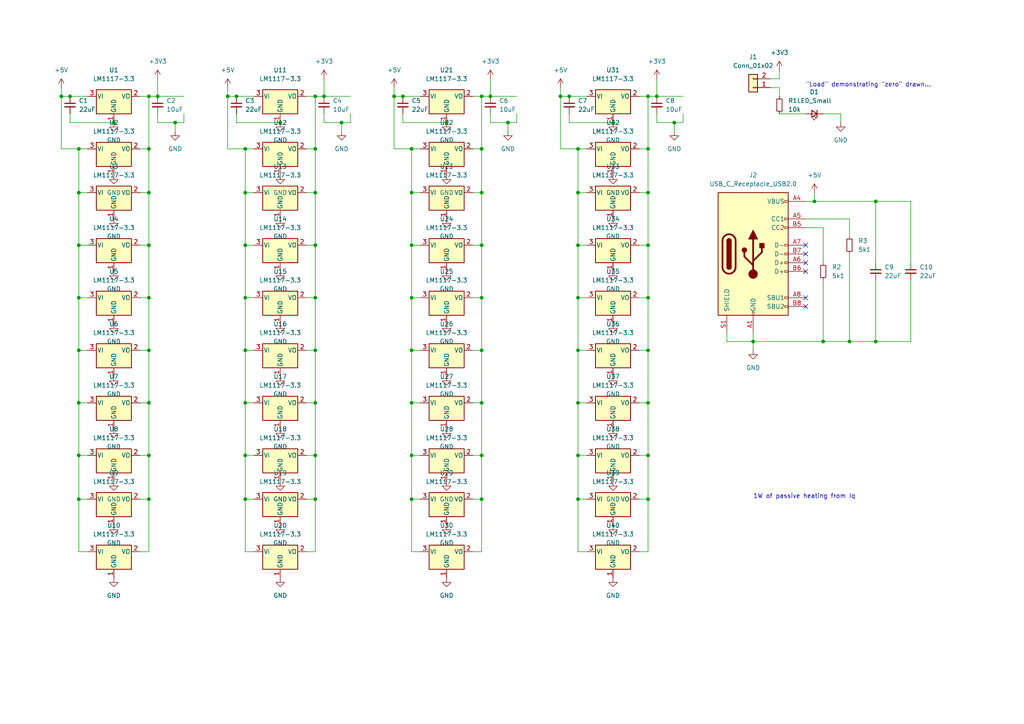
<source format=kicad_sch>
(kicad_sch (version 20211123) (generator eeschema)
  (paper "A4")
  (lib_symbols
    (symbol "Connector:USB_C_Receptacle_USB2.0" (pin_names (offset 1.016))
      (property "Reference" "J" (at -10.16 19.05 0))
      (property "Value" "USB_C_Receptacle_USB2.0" (at 19.05 19.05 0))
      (symbol "USB_C_Receptacle_USB2.0_0_0"
        (rectangle (start -0.254 -17.78) (end 0.254 -16.764))
        (rectangle (start 10.16 -14.986) (end 9.144 -15.494))
        (rectangle (start 10.16 -12.446) (end 9.144 -12.954))
        (rectangle (start 10.16 -4.826) (end 9.144 -5.334))
        (rectangle (start 10.16 -2.286) (end 9.144 -2.794))
        (rectangle (start 10.16 0.254) (end 9.144 -0.254))
        (rectangle (start 10.16 2.794) (end 9.144 2.286))
        (rectangle (start 10.16 7.874) (end 9.144 7.366))
        (rectangle (start 10.16 10.414) (end 9.144 9.906))
        (rectangle (start 10.16 15.494) (end 9.144 14.986))
      )
      (symbol "USB_C_Receptacle_USB2.0_0_1"
        (rectangle (start -10.16 17.78) (end 10.16 -17.78) (stroke (width 0.254)) (fill (type background)))
        (arc (start -8.89 -3.81) (mid -6.985 -5.715) (end -5.08 -3.81) (stroke (width 0.508)))
        (arc (start -7.62 -3.81) (mid -6.985 -4.445) (end -6.35 -3.81) (stroke (width 0.254)))
        (arc (start -7.62 -3.81) (mid -6.985 -4.445) (end -6.35 -3.81) (stroke (width 0.254)) (fill (type outline)))
        (rectangle (start -7.62 -3.81) (end -6.35 3.81) (stroke (width 0.254)) (fill (type outline)))
        (arc (start -6.35 3.81) (mid -6.985 4.445) (end -7.62 3.81) (stroke (width 0.254)))
        (arc (start -6.35 3.81) (mid -6.985 4.445) (end -7.62 3.81) (stroke (width 0.254)) (fill (type outline)))
        (arc (start -5.08 3.81) (mid -6.985 5.715) (end -8.89 3.81) (stroke (width 0.508)))
        (circle (center -2.54 1.143) (radius 0.635) (stroke (width 0.254)) (fill (type outline)))
        (circle (center 0 -5.842) (radius 1.27) (fill (type outline)))
        (polyline (pts (xy -8.89 -3.81) (xy -8.89 3.81)) (stroke (width 0.508)))
        (polyline (pts (xy -5.08 3.81) (xy -5.08 -3.81)) (stroke (width 0.508)))
        (polyline (pts (xy 0 -5.842) (xy 0 4.318)) (stroke (width 0.508)))
        (polyline (pts (xy 0 -3.302) (xy -2.54 -0.762) (xy -2.54 0.508)) (stroke (width 0.508)))
        (polyline (pts (xy 0 -2.032) (xy 2.54 0.508) (xy 2.54 1.778)) (stroke (width 0.508)))
        (polyline (pts (xy -1.27 4.318) (xy 0 6.858) (xy 1.27 4.318) (xy -1.27 4.318)) (stroke (width 0.254)) (fill (type outline)))
        (rectangle (start 1.905 1.778) (end 3.175 3.048) (stroke (width 0.254)) (fill (type outline)))
      )
      (symbol "USB_C_Receptacle_USB2.0_1_1"
        (pin passive line (at 0 -22.86 90) (length 5.08) (name "GND") (number "A1"))
        (pin passive line (at 0 -22.86 90) (length 5.08) hide (name "GND") (number "A12"))
        (pin passive line (at 15.24 15.24 180) (length 5.08) (name "VBUS") (number "A4"))
        (pin bidirectional line (at 15.24 10.16 180) (length 5.08) (name "CC1") (number "A5"))
        (pin bidirectional line (at 15.24 -2.54 180) (length 5.08) (name "D+") (number "A6"))
        (pin bidirectional line (at 15.24 2.54 180) (length 5.08) (name "D-") (number "A7"))
        (pin bidirectional line (at 15.24 -12.7 180) (length 5.08) (name "SBU1") (number "A8"))
        (pin passive line (at 15.24 15.24 180) (length 5.08) hide (name "VBUS") (number "A9"))
        (pin passive line (at 0 -22.86 90) (length 5.08) hide (name "GND") (number "B1"))
        (pin passive line (at 0 -22.86 90) (length 5.08) hide (name "GND") (number "B12"))
        (pin passive line (at 15.24 15.24 180) (length 5.08) hide (name "VBUS") (number "B4"))
        (pin bidirectional line (at 15.24 7.62 180) (length 5.08) (name "CC2") (number "B5"))
        (pin bidirectional line (at 15.24 -5.08 180) (length 5.08) (name "D+") (number "B6"))
        (pin bidirectional line (at 15.24 0 180) (length 5.08) (name "D-") (number "B7"))
        (pin bidirectional line (at 15.24 -15.24 180) (length 5.08) (name "SBU2") (number "B8"))
        (pin passive line (at 15.24 15.24 180) (length 5.08) hide (name "VBUS") (number "B9"))
        (pin passive line (at -7.62 -22.86 90) (length 5.08) (name "SHIELD") (number "S1"))
      )
    )
    (symbol "Connector_Generic:Conn_01x02" (pin_names (offset 1.016) hide)
      (property "Reference" "J" (at 0 2.54 0))
      (property "Value" "Conn_01x02" (at 0 -5.08 0))
      (symbol "Conn_01x02_1_1"
        (rectangle (start -1.27 -2.413) (end 0 -2.667) (stroke (width 0.1524)))
        (rectangle (start -1.27 0.127) (end 0 -0.127) (stroke (width 0.1524)))
        (rectangle (start -1.27 1.27) (end 1.27 -3.81) (stroke (width 0.254)) (fill (type background)))
        (pin passive line (at -5.08 0 0) (length 3.81) (name "Pin_1") (number "1"))
        (pin passive line (at -5.08 -2.54 0) (length 3.81) (name "Pin_2") (number "2"))
      )
    )
    (symbol "Device:C_Small" (pin_numbers hide) (pin_names (offset 0.254) hide)
      (property "Reference" "C" (at 0.254 1.778 0))
      (property "Value" "C_Small" (at 0.254 -2.032 0))
      (symbol "C_Small_0_1"
        (polyline (pts (xy -1.524 -0.508) (xy 1.524 -0.508)) (stroke (width 0.3302)))
        (polyline (pts (xy -1.524 0.508) (xy 1.524 0.508)) (stroke (width 0.3048)))
      )
      (symbol "C_Small_1_1"
        (pin passive line (at 0 2.54 270) (length 2.032) (name "~") (number "1"))
        (pin passive line (at 0 -2.54 90) (length 2.032) (name "~") (number "2"))
      )
    )
    (symbol "Device:LED_Small" (pin_numbers hide) (pin_names (offset 0.254) hide)
      (property "Reference" "D" (at -1.27 3.175 0))
      (property "Value" "LED_Small" (at -4.445 -2.54 0))
      (symbol "LED_Small_0_1"
        (polyline (pts (xy -0.762 -1.016) (xy -0.762 1.016)) (stroke (width 0.254)))
        (polyline (pts (xy 1.016 0) (xy -0.762 0)))
        (polyline (pts (xy 0.762 -1.016) (xy -0.762 0) (xy 0.762 1.016) (xy 0.762 -1.016)) (stroke (width 0.254)))
        (polyline (pts (xy 0 0.762) (xy -0.508 1.27) (xy -0.254 1.27) (xy -0.508 1.27) (xy -0.508 1.016)))
        (polyline (pts (xy 0.508 1.27) (xy 0 1.778) (xy 0.254 1.778) (xy 0 1.778) (xy 0 1.524)))
      )
      (symbol "LED_Small_1_1"
        (pin passive line (at -2.54 0 0) (length 1.778) (name "K") (number "1"))
        (pin passive line (at 2.54 0 180) (length 1.778) (name "A") (number "2"))
      )
    )
    (symbol "Device:R_Small" (pin_numbers hide) (pin_names (offset 0.254) hide)
      (property "Reference" "R" (at 0.762 0.508 0))
      (property "Value" "R_Small" (at 0.762 -1.016 0))
      (symbol "R_Small_0_1"
        (rectangle (start -0.762 1.778) (end 0.762 -1.778) (stroke (width 0.2032)))
      )
      (symbol "R_Small_1_1"
        (pin passive line (at 0 2.54 270) (length 0.762) (name "~") (number "1"))
        (pin passive line (at 0 -2.54 90) (length 0.762) (name "~") (number "2"))
      )
    )
    (symbol "Regulator_Linear:LM1117-3.3" (pin_names (offset 0.254))
      (property "Reference" "U" (at -3.81 3.175 0))
      (property "Value" "LM1117-3.3" (at 0 3.175 0))
      (symbol "LM1117-3.3_0_1"
        (rectangle (start -5.08 -5.08) (end 5.08 1.905) (stroke (width 0.254)) (fill (type background)))
      )
      (symbol "LM1117-3.3_1_1"
        (pin power_in line (at 0 -7.62 90) (length 2.54) (name "GND") (number "1"))
        (pin power_out line (at 7.62 0 180) (length 2.54) (name "VO") (number "2"))
        (pin power_in line (at -7.62 0 0) (length 2.54) (name "VI") (number "3"))
      )
    )
    (symbol "power:+3V3" (power) (pin_names (offset 0))
      (property "Value" "+3V3" (at 0 3.556 0))
      (symbol "+3V3_0_1"
        (polyline (pts (xy -0.762 1.27) (xy 0 2.54)))
        (polyline (pts (xy 0 0) (xy 0 2.54)))
        (polyline (pts (xy 0 2.54) (xy 0.762 1.27)))
      )
      (symbol "+3V3_1_1"
        (pin power_in line (at 0 0 90) (length 0) hide (name "+3V3") (number "1"))
      )
    )
    (symbol "power:+5V" (power) (pin_names (offset 0))
      (property "Value" "+5V" (at 0 3.556 0))
      (symbol "+5V_0_1"
        (polyline (pts (xy -0.762 1.27) (xy 0 2.54)))
        (polyline (pts (xy 0 0) (xy 0 2.54)))
        (polyline (pts (xy 0 2.54) (xy 0.762 1.27)))
      )
      (symbol "+5V_1_1"
        (pin power_in line (at 0 0 90) (length 0) hide (name "+5V") (number "1"))
      )
    )
    (symbol "power:GND" (power) (pin_names (offset 0))
      (property "Value" "GND" (at 0 -3.81 0))
      (symbol "GND_0_1"
        (polyline (pts (xy 0 0) (xy 0 -1.27) (xy 1.27 -1.27) (xy 0 -2.54) (xy -1.27 -1.27) (xy 0 -1.27)))
      )
      (symbol "GND_1_1"
        (pin power_in line (at 0 0 270) (length 0) hide (name "GND") (number "1"))
      )
    )
  )
  (junction (at 43.18 71.12))
  (junction (at 119.38 144.78))
  (junction (at 33.02 35.56))
  (junction (at 43.18 101.6))
  (junction (at 187.96 144.78))
  (junction (at 139.7 116.84))
  (junction (at 91.44 86.36))
  (junction (at 142.24 27.94))
  (junction (at 71.12 132.08))
  (junction (at 116.84 27.94))
  (junction (at 50.8 35.56))
  (junction (at 119.38 86.36))
  (junction (at 22.86 71.12))
  (junction (at 43.18 86.36))
  (junction (at 71.12 144.78))
  (junction (at 91.44 116.84))
  (junction (at 43.18 116.84))
  (junction (at 190.5 27.94))
  (junction (at 236.22 58.42))
  (junction (at 187.96 132.08))
  (junction (at 43.18 43.18))
  (junction (at 119.38 116.84))
  (junction (at 218.44 99.06))
  (junction (at 71.12 101.6))
  (junction (at 139.7 132.08))
  (junction (at 139.7 55.88))
  (junction (at 43.18 132.08))
  (junction (at 167.64 55.88))
  (junction (at 68.58 27.94))
  (junction (at 22.86 116.84))
  (junction (at 195.58 35.56))
  (junction (at 93.98 27.94))
  (junction (at 71.12 71.12))
  (junction (at 246.38 99.06))
  (junction (at 43.18 55.88))
  (junction (at 254 58.42))
  (junction (at 167.64 132.08))
  (junction (at 71.12 43.18))
  (junction (at 22.86 43.18))
  (junction (at 119.38 132.08))
  (junction (at 139.7 71.12))
  (junction (at 167.64 71.12))
  (junction (at 71.12 86.36))
  (junction (at 119.38 101.6))
  (junction (at 139.7 27.94))
  (junction (at 43.18 27.94))
  (junction (at 45.72 27.94))
  (junction (at 139.7 101.6))
  (junction (at 187.96 27.94))
  (junction (at 91.44 132.08))
  (junction (at 119.38 71.12))
  (junction (at 238.76 99.06))
  (junction (at 91.44 71.12))
  (junction (at 22.86 86.36))
  (junction (at 187.96 55.88))
  (junction (at 254 99.06))
  (junction (at 91.44 144.78))
  (junction (at 167.64 101.6))
  (junction (at 22.86 55.88))
  (junction (at 114.3 27.94))
  (junction (at 17.78 27.94))
  (junction (at 187.96 116.84))
  (junction (at 91.44 101.6))
  (junction (at 129.54 35.56))
  (junction (at 167.64 86.36))
  (junction (at 22.86 132.08))
  (junction (at 119.38 55.88))
  (junction (at 119.38 43.18))
  (junction (at 187.96 43.18))
  (junction (at 22.86 144.78))
  (junction (at 139.7 43.18))
  (junction (at 162.56 27.94))
  (junction (at 20.32 27.94))
  (junction (at 147.32 35.56))
  (junction (at 167.64 43.18))
  (junction (at 66.04 27.94))
  (junction (at 71.12 116.84))
  (junction (at 43.18 144.78))
  (junction (at 99.06 35.56))
  (junction (at 81.28 35.56))
  (junction (at 91.44 55.88))
  (junction (at 165.1 27.94))
  (junction (at 139.7 144.78))
  (junction (at 167.64 116.84))
  (junction (at 139.7 86.36))
  (junction (at 71.12 55.88))
  (junction (at 22.86 101.6))
  (junction (at 167.64 144.78))
  (junction (at 177.8 35.56))
  (junction (at 187.96 86.36))
  (junction (at 187.96 101.6))
  (junction (at 91.44 27.94))
  (junction (at 187.96 71.12))
  (junction (at 91.44 43.18))
  (no_connect (at 233.68 88.9))
  (no_connect (at 233.68 86.36))
  (no_connect (at 233.68 76.2))
  (no_connect (at 233.68 78.74))
  (no_connect (at 233.68 73.66))
  (no_connect (at 233.68 71.12))
  (wire (pts (xy 121.92 160.02) (xy 119.38 160.02)))
  (wire (pts (xy 218.44 96.52) (xy 218.44 99.06)))
  (wire (pts (xy 119.38 101.6) (xy 119.38 86.36)))
  (wire (pts (xy 170.18 160.02) (xy 167.64 160.02)))
  (wire (pts (xy 71.12 55.88) (xy 71.12 43.18)))
  (wire (pts (xy 137.16 43.18) (xy 139.7 43.18)))
  (wire (pts (xy 187.96 27.94) (xy 190.5 27.94)))
  (wire (pts (xy 88.9 43.18) (xy 91.44 43.18)))
  (wire (pts (xy 210.82 99.06) (xy 218.44 99.06)))
  (wire (pts (xy 73.66 160.02) (xy 71.12 160.02)))
  (wire (pts (xy 195.58 35.56) (xy 195.58 38.1)))
  (wire (pts (xy 91.44 132.08) (xy 91.44 116.84)))
  (wire (pts (xy 25.4 86.36) (xy 22.86 86.36)))
  (wire (pts (xy 238.76 76.2) (xy 238.76 66.04)))
  (wire (pts (xy 210.82 96.52) (xy 210.82 99.06)))
  (wire (pts (xy 187.96 132.08) (xy 187.96 116.84)))
  (wire (pts (xy 137.16 160.02) (xy 139.7 160.02)))
  (wire (pts (xy 139.7 27.94) (xy 139.7 43.18)))
  (wire (pts (xy 170.18 43.18) (xy 167.64 43.18)))
  (wire (pts (xy 185.42 71.12) (xy 187.96 71.12)))
  (wire (pts (xy 187.96 101.6) (xy 187.96 86.36)))
  (wire (pts (xy 139.7 71.12) (xy 139.7 55.88)))
  (wire (pts (xy 165.1 33.02) (xy 165.1 35.56)))
  (wire (pts (xy 116.84 27.94) (xy 121.92 27.94)))
  (wire (pts (xy 73.66 55.88) (xy 71.12 55.88)))
  (wire (pts (xy 66.04 27.94) (xy 68.58 27.94)))
  (wire (pts (xy 139.7 101.6) (xy 139.7 86.36)))
  (wire (pts (xy 243.84 33.02) (xy 243.84 35.56)))
  (wire (pts (xy 185.42 132.08) (xy 187.96 132.08)))
  (wire (pts (xy 187.96 144.78) (xy 187.96 132.08)))
  (wire (pts (xy 167.64 144.78) (xy 167.64 132.08)))
  (wire (pts (xy 73.66 144.78) (xy 71.12 144.78)))
  (wire (pts (xy 121.92 55.88) (xy 119.38 55.88)))
  (wire (pts (xy 139.7 27.94) (xy 142.24 27.94)))
  (wire (pts (xy 264.16 58.42) (xy 254 58.42)))
  (wire (pts (xy 139.7 132.08) (xy 139.7 116.84)))
  (wire (pts (xy 71.12 71.12) (xy 71.12 55.88)))
  (wire (pts (xy 93.98 35.56) (xy 99.06 35.56)))
  (wire (pts (xy 137.16 101.6) (xy 139.7 101.6)))
  (wire (pts (xy 91.44 27.94) (xy 93.98 27.94)))
  (wire (pts (xy 25.4 144.78) (xy 22.86 144.78)))
  (wire (pts (xy 22.86 71.12) (xy 22.86 55.88)))
  (wire (pts (xy 45.72 22.86) (xy 45.72 27.94)))
  (wire (pts (xy 25.4 116.84) (xy 22.86 116.84)))
  (wire (pts (xy 66.04 25.4) (xy 66.04 27.94)))
  (wire (pts (xy 91.44 71.12) (xy 91.44 55.88)))
  (wire (pts (xy 22.86 116.84) (xy 22.86 101.6)))
  (wire (pts (xy 137.16 132.08) (xy 139.7 132.08)))
  (wire (pts (xy 93.98 22.86) (xy 93.98 27.94)))
  (wire (pts (xy 45.72 27.94) (xy 53.34 27.94)))
  (wire (pts (xy 121.92 86.36) (xy 119.38 86.36)))
  (wire (pts (xy 66.04 27.94) (xy 66.04 43.18)))
  (wire (pts (xy 17.78 27.94) (xy 20.32 27.94)))
  (wire (pts (xy 264.16 76.2) (xy 264.16 58.42)))
  (wire (pts (xy 25.4 71.12) (xy 22.86 71.12)))
  (wire (pts (xy 170.18 116.84) (xy 167.64 116.84)))
  (wire (pts (xy 43.18 27.94) (xy 43.18 43.18)))
  (wire (pts (xy 190.5 33.02) (xy 190.5 35.56)))
  (wire (pts (xy 185.42 160.02) (xy 187.96 160.02)))
  (wire (pts (xy 264.16 99.06) (xy 254 99.06)))
  (wire (pts (xy 187.96 116.84) (xy 187.96 101.6)))
  (wire (pts (xy 17.78 27.94) (xy 17.78 43.18)))
  (wire (pts (xy 137.16 144.78) (xy 139.7 144.78)))
  (wire (pts (xy 68.58 27.94) (xy 73.66 27.94)))
  (wire (pts (xy 246.38 99.06) (xy 238.76 99.06)))
  (wire (pts (xy 71.12 116.84) (xy 71.12 101.6)))
  (wire (pts (xy 226.06 22.86) (xy 223.52 22.86)))
  (wire (pts (xy 139.7 144.78) (xy 139.7 132.08)))
  (wire (pts (xy 43.18 27.94) (xy 45.72 27.94)))
  (wire (pts (xy 187.96 71.12) (xy 187.96 55.88)))
  (wire (pts (xy 71.12 144.78) (xy 71.12 132.08)))
  (wire (pts (xy 167.64 71.12) (xy 167.64 55.88)))
  (wire (pts (xy 50.8 35.56) (xy 50.8 38.1)))
  (wire (pts (xy 66.04 43.18) (xy 71.12 43.18)))
  (wire (pts (xy 40.64 43.18) (xy 43.18 43.18)))
  (wire (pts (xy 119.38 132.08) (xy 119.38 116.84)))
  (wire (pts (xy 185.42 144.78) (xy 187.96 144.78)))
  (wire (pts (xy 264.16 81.28) (xy 264.16 99.06)))
  (wire (pts (xy 22.86 55.88) (xy 22.86 43.18)))
  (wire (pts (xy 93.98 33.02) (xy 93.98 35.56)))
  (wire (pts (xy 236.22 58.42) (xy 236.22 55.88)))
  (wire (pts (xy 190.5 27.94) (xy 198.12 27.94)))
  (wire (pts (xy 25.4 160.02) (xy 22.86 160.02)))
  (wire (pts (xy 91.44 101.6) (xy 91.44 86.36)))
  (wire (pts (xy 147.32 35.56) (xy 149.86 35.56)))
  (wire (pts (xy 25.4 132.08) (xy 22.86 132.08)))
  (wire (pts (xy 170.18 132.08) (xy 167.64 132.08)))
  (wire (pts (xy 88.9 71.12) (xy 91.44 71.12)))
  (wire (pts (xy 43.18 71.12) (xy 43.18 55.88)))
  (wire (pts (xy 50.8 35.56) (xy 53.34 35.56)))
  (wire (pts (xy 71.12 101.6) (xy 71.12 86.36)))
  (wire (pts (xy 40.64 86.36) (xy 43.18 86.36)))
  (wire (pts (xy 238.76 66.04) (xy 233.68 66.04)))
  (wire (pts (xy 185.42 27.94) (xy 187.96 27.94)))
  (wire (pts (xy 162.56 27.94) (xy 165.1 27.94)))
  (wire (pts (xy 114.3 25.4) (xy 114.3 27.94)))
  (wire (pts (xy 88.9 116.84) (xy 91.44 116.84)))
  (wire (pts (xy 185.42 116.84) (xy 187.96 116.84)))
  (wire (pts (xy 99.06 35.56) (xy 101.6 35.56)))
  (wire (pts (xy 91.44 55.88) (xy 91.44 43.18)))
  (wire (pts (xy 40.64 160.02) (xy 43.18 160.02)))
  (wire (pts (xy 71.12 160.02) (xy 71.12 144.78)))
  (wire (pts (xy 22.86 144.78) (xy 22.86 132.08)))
  (wire (pts (xy 137.16 116.84) (xy 139.7 116.84)))
  (wire (pts (xy 226.06 20.32) (xy 226.06 22.86)))
  (wire (pts (xy 88.9 27.94) (xy 91.44 27.94)))
  (wire (pts (xy 88.9 132.08) (xy 91.44 132.08)))
  (wire (pts (xy 254 76.2) (xy 254 58.42)))
  (wire (pts (xy 91.44 144.78) (xy 91.44 132.08)))
  (wire (pts (xy 73.66 132.08) (xy 71.12 132.08)))
  (wire (pts (xy 246.38 73.66) (xy 246.38 99.06)))
  (wire (pts (xy 187.96 160.02) (xy 187.96 144.78)))
  (wire (pts (xy 142.24 35.56) (xy 147.32 35.56)))
  (wire (pts (xy 68.58 35.56) (xy 81.28 35.56)))
  (wire (pts (xy 40.64 71.12) (xy 43.18 71.12)))
  (wire (pts (xy 17.78 43.18) (xy 22.86 43.18)))
  (wire (pts (xy 40.64 55.88) (xy 43.18 55.88)))
  (wire (pts (xy 114.3 27.94) (xy 114.3 43.18)))
  (wire (pts (xy 73.66 101.6) (xy 71.12 101.6)))
  (wire (pts (xy 190.5 22.86) (xy 190.5 27.94)))
  (wire (pts (xy 147.32 35.56) (xy 147.32 38.1)))
  (wire (pts (xy 233.68 63.5) (xy 246.38 63.5)))
  (wire (pts (xy 167.64 86.36) (xy 167.64 71.12)))
  (wire (pts (xy 254 81.28) (xy 254 99.06)))
  (wire (pts (xy 119.38 144.78) (xy 119.38 132.08)))
  (wire (pts (xy 162.56 43.18) (xy 167.64 43.18)))
  (wire (pts (xy 114.3 43.18) (xy 119.38 43.18)))
  (wire (pts (xy 116.84 35.56) (xy 129.54 35.56)))
  (wire (pts (xy 233.68 58.42) (xy 236.22 58.42)))
  (wire (pts (xy 170.18 101.6) (xy 167.64 101.6)))
  (wire (pts (xy 142.24 22.86) (xy 142.24 27.94)))
  (wire (pts (xy 167.64 160.02) (xy 167.64 144.78)))
  (wire (pts (xy 73.66 43.18) (xy 71.12 43.18)))
  (wire (pts (xy 185.42 86.36) (xy 187.96 86.36)))
  (wire (pts (xy 40.64 101.6) (xy 43.18 101.6)))
  (wire (pts (xy 121.92 132.08) (xy 119.38 132.08)))
  (wire (pts (xy 121.92 43.18) (xy 119.38 43.18)))
  (wire (pts (xy 99.06 35.56) (xy 99.06 38.1)))
  (wire (pts (xy 71.12 132.08) (xy 71.12 116.84)))
  (wire (pts (xy 187.96 86.36) (xy 187.96 71.12)))
  (wire (pts (xy 119.38 116.84) (xy 119.38 101.6)))
  (wire (pts (xy 22.86 160.02) (xy 22.86 144.78)))
  (wire (pts (xy 190.5 35.56) (xy 195.58 35.56)))
  (wire (pts (xy 187.96 55.88) (xy 187.96 43.18)))
  (wire (pts (xy 149.86 33.02) (xy 149.86 35.56)))
  (wire (pts (xy 17.78 25.4) (xy 17.78 27.94)))
  (wire (pts (xy 137.16 27.94) (xy 139.7 27.94)))
  (wire (pts (xy 238.76 99.06) (xy 218.44 99.06)))
  (wire (pts (xy 246.38 63.5) (xy 246.38 68.58)))
  (wire (pts (xy 139.7 160.02) (xy 139.7 144.78)))
  (wire (pts (xy 43.18 86.36) (xy 43.18 71.12)))
  (wire (pts (xy 22.86 132.08) (xy 22.86 116.84)))
  (wire (pts (xy 165.1 35.56) (xy 177.8 35.56)))
  (wire (pts (xy 121.92 71.12) (xy 119.38 71.12)))
  (wire (pts (xy 139.7 86.36) (xy 139.7 71.12)))
  (wire (pts (xy 73.66 71.12) (xy 71.12 71.12)))
  (wire (pts (xy 170.18 55.88) (xy 167.64 55.88)))
  (wire (pts (xy 68.58 33.02) (xy 68.58 35.56)))
  (wire (pts (xy 53.34 33.02) (xy 53.34 35.56)))
  (wire (pts (xy 137.16 71.12) (xy 139.7 71.12)))
  (wire (pts (xy 142.24 33.02) (xy 142.24 35.56)))
  (wire (pts (xy 167.64 55.88) (xy 167.64 43.18)))
  (wire (pts (xy 170.18 71.12) (xy 167.64 71.12)))
  (wire (pts (xy 101.6 33.02) (xy 101.6 35.56)))
  (wire (pts (xy 91.44 27.94) (xy 91.44 43.18)))
  (wire (pts (xy 167.64 116.84) (xy 167.64 101.6)))
  (wire (pts (xy 238.76 33.02) (xy 243.84 33.02)))
  (wire (pts (xy 25.4 55.88) (xy 22.86 55.88)))
  (wire (pts (xy 25.4 43.18) (xy 22.86 43.18)))
  (wire (pts (xy 20.32 27.94) (xy 25.4 27.94)))
  (wire (pts (xy 119.38 160.02) (xy 119.38 144.78)))
  (wire (pts (xy 162.56 25.4) (xy 162.56 27.94)))
  (wire (pts (xy 43.18 55.88) (xy 43.18 43.18)))
  (wire (pts (xy 218.44 99.06) (xy 218.44 101.6)))
  (wire (pts (xy 40.64 116.84) (xy 43.18 116.84)))
  (wire (pts (xy 254 99.06) (xy 246.38 99.06)))
  (wire (pts (xy 121.92 101.6) (xy 119.38 101.6)))
  (wire (pts (xy 137.16 55.88) (xy 139.7 55.88)))
  (wire (pts (xy 22.86 86.36) (xy 22.86 71.12)))
  (wire (pts (xy 167.64 101.6) (xy 167.64 86.36)))
  (wire (pts (xy 170.18 86.36) (xy 167.64 86.36)))
  (wire (pts (xy 73.66 116.84) (xy 71.12 116.84)))
  (wire (pts (xy 226.06 33.02) (xy 233.68 33.02)))
  (wire (pts (xy 198.12 33.02) (xy 198.12 35.56)))
  (wire (pts (xy 162.56 27.94) (xy 162.56 43.18)))
  (wire (pts (xy 40.64 27.94) (xy 43.18 27.94)))
  (wire (pts (xy 185.42 55.88) (xy 187.96 55.88)))
  (wire (pts (xy 45.72 33.02) (xy 45.72 35.56)))
  (wire (pts (xy 254 58.42) (xy 236.22 58.42)))
  (wire (pts (xy 238.76 81.28) (xy 238.76 99.06)))
  (wire (pts (xy 226.06 25.4) (xy 226.06 27.94)))
  (wire (pts (xy 43.18 132.08) (xy 43.18 116.84)))
  (wire (pts (xy 88.9 55.88) (xy 91.44 55.88)))
  (wire (pts (xy 22.86 101.6) (xy 22.86 86.36)))
  (wire (pts (xy 91.44 116.84) (xy 91.44 101.6)))
  (wire (pts (xy 142.24 27.94) (xy 149.86 27.94)))
  (wire (pts (xy 121.92 116.84) (xy 119.38 116.84)))
  (wire (pts (xy 114.3 27.94) (xy 116.84 27.94)))
  (wire (pts (xy 71.12 86.36) (xy 71.12 71.12)))
  (wire (pts (xy 121.92 144.78) (xy 119.38 144.78)))
  (wire (pts (xy 93.98 27.94) (xy 101.6 27.94)))
  (wire (pts (xy 139.7 55.88) (xy 139.7 43.18)))
  (wire (pts (xy 170.18 144.78) (xy 167.64 144.78)))
  (wire (pts (xy 45.72 35.56) (xy 50.8 35.56)))
  (wire (pts (xy 20.32 33.02) (xy 20.32 35.56)))
  (wire (pts (xy 195.58 35.56) (xy 198.12 35.56)))
  (wire (pts (xy 88.9 144.78) (xy 91.44 144.78)))
  (wire (pts (xy 88.9 86.36) (xy 91.44 86.36)))
  (wire (pts (xy 43.18 116.84) (xy 43.18 101.6)))
  (wire (pts (xy 185.42 101.6) (xy 187.96 101.6)))
  (wire (pts (xy 119.38 86.36) (xy 119.38 71.12)))
  (wire (pts (xy 25.4 101.6) (xy 22.86 101.6)))
  (wire (pts (xy 116.84 33.02) (xy 116.84 35.56)))
  (wire (pts (xy 20.32 35.56) (xy 33.02 35.56)))
  (wire (pts (xy 187.96 27.94) (xy 187.96 43.18)))
  (wire (pts (xy 40.64 132.08) (xy 43.18 132.08)))
  (wire (pts (xy 73.66 86.36) (xy 71.12 86.36)))
  (wire (pts (xy 91.44 86.36) (xy 91.44 71.12)))
  (wire (pts (xy 165.1 27.94) (xy 170.18 27.94)))
  (wire (pts (xy 88.9 101.6) (xy 91.44 101.6)))
  (wire (pts (xy 40.64 144.78) (xy 43.18 144.78)))
  (wire (pts (xy 43.18 101.6) (xy 43.18 86.36)))
  (wire (pts (xy 119.38 55.88) (xy 119.38 43.18)))
  (wire (pts (xy 223.52 25.4) (xy 226.06 25.4)))
  (wire (pts (xy 167.64 132.08) (xy 167.64 116.84)))
  (wire (pts (xy 185.42 43.18) (xy 187.96 43.18)))
  (wire (pts (xy 137.16 86.36) (xy 139.7 86.36)))
  (wire (pts (xy 91.44 160.02) (xy 91.44 144.78)))
  (wire (pts (xy 119.38 71.12) (xy 119.38 55.88)))
  (wire (pts (xy 139.7 116.84) (xy 139.7 101.6)))
  (wire (pts (xy 88.9 160.02) (xy 91.44 160.02)))
  (wire (pts (xy 43.18 144.78) (xy 43.18 132.08)))
  (wire (pts (xy 43.18 160.02) (xy 43.18 144.78)))
  (text "1W of passive heating from Iq" (at 218.44 144.78 0) (effects (font (size 1.27 1.27)) (justify left bottom)))
  (text "\"Load\" demonstrating \"zero\" drawn..." (at 233.68 25.4 0) (effects (font (size 1.27 1.27)) (justify left bottom)))
  (symbol (lib_id "Regulator_Linear:LM1117-3.3") (at 33.02 86.36 0) (unit 1)
    (property "Reference" "U5" (at 33.02 78.74 0))
    (property "Value" "LM1117-3.3" (at 33.02 81.28 0))
    (property "Footprint" "Package_TO_SOT_SMD:SOT-223-3_TabPin2" (effects hide))
    (property "Datasheet" "http://www.ti.com/lit/ds/symlink/lm1117.pdf" (effects hide))
  )
  (symbol (lib_id "power:GND") (at 33.02 152.4 0) (unit 1)
    (property "Reference" "#PWR010" (effects hide))
    (property "Value" "GND" (at 33.02 157.48 0))
  )
  (symbol (lib_id "power:GND") (at 81.28 167.64 0) (unit 1)
    (property "Reference" "#PWR024" (effects hide))
    (property "Value" "GND" (at 81.28 172.72 0))
  )
  (symbol (lib_id "power:GND") (at 177.8 152.4 0) (unit 1)
    (property "Reference" "#PWR049" (effects hide))
    (property "Value" "GND" (at 177.8 157.48 0))
  )
  (symbol (lib_id "Regulator_Linear:LM1117-3.3") (at 177.8 86.36 0) (unit 1)
    (property "Reference" "U35" (at 177.8 78.74 0))
    (property "Value" "LM1117-3.3" (at 177.8 81.28 0))
    (property "Footprint" "Package_TO_SOT_SMD:SOT-223-3_TabPin2" (effects hide))
    (property "Datasheet" "http://www.ti.com/lit/ds/symlink/lm1117.pdf" (effects hide))
  )
  (symbol (lib_id "power:GND") (at 129.54 124.46 0) (unit 1)
    (property "Reference" "#PWR034" (effects hide))
    (property "Value" "GND" (at 129.54 129.54 0))
  )
  (symbol (lib_id "Regulator_Linear:LM1117-3.3") (at 81.28 71.12 0) (unit 1)
    (property "Reference" "U14" (at 81.28 63.5 0))
    (property "Value" "LM1117-3.3" (at 81.28 66.04 0))
    (property "Footprint" "Package_TO_SOT_SMD:SOT-223-3_TabPin2" (effects hide))
    (property "Datasheet" "http://www.ti.com/lit/ds/symlink/lm1117.pdf" (effects hide))
  )
  (symbol (lib_id "power:+5V") (at 162.56 25.4 0) (unit 1)
    (property "Reference" "#PWR040" (effects hide))
    (property "Value" "+5V" (at 162.56 20.32 0))
  )
  (symbol (lib_id "Device:C_Small") (at 20.32 30.48 0) (unit 1)
    (property "Reference" "C1" (at 22.86 29.2162 0) (effects (justify left)))
    (property "Value" "22uF" (at 22.86 31.7562 0) (effects (justify left)))
    (property "Footprint" "Capacitor_SMD:C_0805_2012Metric" (effects hide))
  )
  (symbol (lib_id "Regulator_Linear:LM1117-3.3") (at 81.28 86.36 0) (unit 1)
    (property "Reference" "U15" (at 81.28 78.74 0))
    (property "Value" "LM1117-3.3" (at 81.28 81.28 0))
    (property "Footprint" "Package_TO_SOT_SMD:SOT-223-3_TabPin2" (effects hide))
    (property "Datasheet" "http://www.ti.com/lit/ds/symlink/lm1117.pdf" (effects hide))
  )
  (symbol (lib_id "power:GND") (at 129.54 63.5 0) (unit 1)
    (property "Reference" "#PWR030" (effects hide))
    (property "Value" "GND" (at 129.54 68.58 0))
  )
  (symbol (lib_id "power:GND") (at 33.02 50.8 0) (unit 1)
    (property "Reference" "#PWR03" (effects hide))
    (property "Value" "GND" (at 33.02 55.88 0))
  )
  (symbol (lib_id "Device:C_Small") (at 264.16 78.74 0) (unit 1)
    (property "Reference" "C10" (at 266.7 77.4762 0) (effects (justify left)))
    (property "Value" "22uF" (at 266.7 80.0162 0) (effects (justify left)))
    (property "Footprint" "Capacitor_SMD:C_0805_2012Metric" (effects hide))
  )
  (symbol (lib_id "power:GND") (at 177.8 35.56 0) (unit 1)
    (property "Reference" "#PWR041" (effects hide))
    (property "Value" "GND" (at 177.8 40.64 0))
  )
  (symbol (lib_id "power:+5V") (at 66.04 25.4 0) (unit 1)
    (property "Reference" "#PWR014" (effects hide))
    (property "Value" "+5V" (at 66.04 20.32 0))
  )
  (symbol (lib_id "power:GND") (at 177.8 139.7 0) (unit 1)
    (property "Reference" "#PWR048" (effects hide))
    (property "Value" "GND" (at 177.8 144.78 0))
  )
  (symbol (lib_id "power:GND") (at 129.54 139.7 0) (unit 1)
    (property "Reference" "#PWR035" (effects hide))
    (property "Value" "GND" (at 129.54 144.78 0))
  )
  (symbol (lib_id "power:GND") (at 177.8 109.22 0) (unit 1)
    (property "Reference" "#PWR046" (effects hide))
    (property "Value" "GND" (at 177.8 114.3 0))
  )
  (symbol (lib_id "power:GND") (at 81.28 78.74 0) (unit 1)
    (property "Reference" "#PWR018" (effects hide))
    (property "Value" "GND" (at 81.28 83.82 0))
  )
  (symbol (lib_id "Regulator_Linear:LM1117-3.3") (at 81.28 43.18 0) (unit 1)
    (property "Reference" "U12" (at 81.28 35.56 0))
    (property "Value" "LM1117-3.3" (at 81.28 38.1 0))
    (property "Footprint" "Package_TO_SOT_SMD:SOT-223-3_TabPin2" (effects hide))
    (property "Datasheet" "http://www.ti.com/lit/ds/symlink/lm1117.pdf" (effects hide))
  )
  (symbol (lib_id "Regulator_Linear:LM1117-3.3") (at 129.54 160.02 0) (unit 1)
    (property "Reference" "U30" (at 129.54 152.4 0))
    (property "Value" "LM1117-3.3" (at 129.54 154.94 0))
    (property "Footprint" "Package_TO_SOT_SMD:SOT-223-3_TabPin2" (effects hide))
    (property "Datasheet" "http://www.ti.com/lit/ds/symlink/lm1117.pdf" (effects hide))
  )
  (symbol (lib_id "Device:C_Small") (at 142.24 30.48 0) (unit 1)
    (property "Reference" "C6" (at 144.78 29.2162 0) (effects (justify left)))
    (property "Value" "10uF" (at 144.78 31.7562 0) (effects (justify left)))
    (property "Footprint" "Capacitor_SMD:C_0805_2012Metric" (effects hide))
  )
  (symbol (lib_id "Regulator_Linear:LM1117-3.3") (at 129.54 71.12 0) (unit 1)
    (property "Reference" "U24" (at 129.54 63.5 0))
    (property "Value" "LM1117-3.3" (at 129.54 66.04 0))
    (property "Footprint" "Package_TO_SOT_SMD:SOT-223-3_TabPin2" (effects hide))
    (property "Datasheet" "http://www.ti.com/lit/ds/symlink/lm1117.pdf" (effects hide))
  )
  (symbol (lib_id "Regulator_Linear:LM1117-3.3") (at 33.02 27.94 0) (unit 1)
    (property "Reference" "U1" (at 33.02 20.32 0))
    (property "Value" "LM1117-3.3" (at 33.02 22.86 0))
    (property "Footprint" "Package_TO_SOT_SMD:SOT-223-3_TabPin2" (effects hide))
    (property "Datasheet" "http://www.ti.com/lit/ds/symlink/lm1117.pdf" (effects hide))
  )
  (symbol (lib_id "power:GND") (at 129.54 78.74 0) (unit 1)
    (property "Reference" "#PWR031" (effects hide))
    (property "Value" "GND" (at 129.54 83.82 0))
  )
  (symbol (lib_id "Device:R_Small") (at 238.76 78.74 0) (unit 1)
    (property "Reference" "R2" (at 241.3 77.4699 0) (effects (justify left)))
    (property "Value" "5k1" (at 241.3 80.0099 0) (effects (justify left)))
    (property "Footprint" "Resistor_SMD:R_0603_1608Metric" (effects hide))
  )
  (symbol (lib_id "power:GND") (at 81.28 109.22 0) (unit 1)
    (property "Reference" "#PWR020" (effects hide))
    (property "Value" "GND" (at 81.28 114.3 0))
  )
  (symbol (lib_id "Device:C_Small") (at 93.98 30.48 0) (unit 1)
    (property "Reference" "C4" (at 96.52 29.2162 0) (effects (justify left)))
    (property "Value" "10uF" (at 96.52 31.7562 0) (effects (justify left)))
    (property "Footprint" "Capacitor_SMD:C_0805_2012Metric" (effects hide))
  )
  (symbol (lib_id "Regulator_Linear:LM1117-3.3") (at 129.54 116.84 0) (unit 1)
    (property "Reference" "U27" (at 129.54 109.22 0))
    (property "Value" "LM1117-3.3" (at 129.54 111.76 0))
    (property "Footprint" "Package_TO_SOT_SMD:SOT-223-3_TabPin2" (effects hide))
    (property "Datasheet" "http://www.ti.com/lit/ds/symlink/lm1117.pdf" (effects hide))
  )
  (symbol (lib_id "Regulator_Linear:LM1117-3.3") (at 177.8 132.08 0) (unit 1)
    (property "Reference" "U38" (at 177.8 124.46 0))
    (property "Value" "LM1117-3.3" (at 177.8 127 0))
    (property "Footprint" "Package_TO_SOT_SMD:SOT-223-3_TabPin2" (effects hide))
    (property "Datasheet" "http://www.ti.com/lit/ds/symlink/lm1117.pdf" (effects hide))
  )
  (symbol (lib_id "Regulator_Linear:LM1117-3.3") (at 33.02 55.88 0) (unit 1)
    (property "Reference" "U3" (at 33.02 48.26 0))
    (property "Value" "LM1117-3.3" (at 33.02 50.8 0))
    (property "Footprint" "Package_TO_SOT_SMD:SOT-223-3_TabPin2" (effects hide))
    (property "Datasheet" "http://www.ti.com/lit/ds/symlink/lm1117.pdf" (effects hide))
  )
  (symbol (lib_id "Device:R_Small") (at 246.38 71.12 0) (unit 1)
    (property "Reference" "R3" (at 248.92 69.8499 0) (effects (justify left)))
    (property "Value" "5k1" (at 248.92 72.3899 0) (effects (justify left)))
    (property "Footprint" "Resistor_SMD:R_0603_1608Metric" (effects hide))
  )
  (symbol (lib_id "Regulator_Linear:LM1117-3.3") (at 81.28 101.6 0) (unit 1)
    (property "Reference" "U16" (at 81.28 93.98 0))
    (property "Value" "LM1117-3.3" (at 81.28 96.52 0))
    (property "Footprint" "Package_TO_SOT_SMD:SOT-223-3_TabPin2" (effects hide))
    (property "Datasheet" "http://www.ti.com/lit/ds/symlink/lm1117.pdf" (effects hide))
  )
  (symbol (lib_id "power:+5V") (at 17.78 25.4 0) (unit 1)
    (property "Reference" "#PWR01" (effects hide))
    (property "Value" "+5V" (at 17.78 20.32 0))
  )
  (symbol (lib_id "Regulator_Linear:LM1117-3.3") (at 129.54 86.36 0) (unit 1)
    (property "Reference" "U25" (at 129.54 78.74 0))
    (property "Value" "LM1117-3.3" (at 129.54 81.28 0))
    (property "Footprint" "Package_TO_SOT_SMD:SOT-223-3_TabPin2" (effects hide))
    (property "Datasheet" "http://www.ti.com/lit/ds/symlink/lm1117.pdf" (effects hide))
  )
  (symbol (lib_id "Regulator_Linear:LM1117-3.3") (at 33.02 132.08 0) (unit 1)
    (property "Reference" "U8" (at 33.02 124.46 0))
    (property "Value" "LM1117-3.3" (at 33.02 127 0))
    (property "Footprint" "Package_TO_SOT_SMD:SOT-223-3_TabPin2" (effects hide))
    (property "Datasheet" "http://www.ti.com/lit/ds/symlink/lm1117.pdf" (effects hide))
  )
  (symbol (lib_id "Regulator_Linear:LM1117-3.3") (at 33.02 43.18 0) (unit 1)
    (property "Reference" "U2" (at 33.02 35.56 0))
    (property "Value" "LM1117-3.3" (at 33.02 38.1 0))
    (property "Footprint" "Package_TO_SOT_SMD:SOT-223-3_TabPin2" (effects hide))
    (property "Datasheet" "http://www.ti.com/lit/ds/symlink/lm1117.pdf" (effects hide))
  )
  (symbol (lib_id "power:GND") (at 129.54 35.56 0) (unit 1)
    (property "Reference" "#PWR028" (effects hide))
    (property "Value" "GND" (at 129.54 40.64 0))
  )
  (symbol (lib_id "power:GND") (at 33.02 63.5 0) (unit 1)
    (property "Reference" "#PWR04" (effects hide))
    (property "Value" "GND" (at 33.02 68.58 0))
  )
  (symbol (lib_id "power:+5V") (at 114.3 25.4 0) (unit 1)
    (property "Reference" "#PWR027" (effects hide))
    (property "Value" "+5V" (at 114.3 20.32 0))
  )
  (symbol (lib_id "power:GND") (at 129.54 109.22 0) (unit 1)
    (property "Reference" "#PWR033" (effects hide))
    (property "Value" "GND" (at 129.54 114.3 0))
  )
  (symbol (lib_id "Regulator_Linear:LM1117-3.3") (at 129.54 43.18 0) (unit 1)
    (property "Reference" "U22" (at 129.54 35.56 0))
    (property "Value" "LM1117-3.3" (at 129.54 38.1 0))
    (property "Footprint" "Package_TO_SOT_SMD:SOT-223-3_TabPin2" (effects hide))
    (property "Datasheet" "http://www.ti.com/lit/ds/symlink/lm1117.pdf" (effects hide))
  )
  (symbol (lib_id "power:GND") (at 177.8 63.5 0) (unit 1)
    (property "Reference" "#PWR043" (effects hide))
    (property "Value" "GND" (at 177.8 68.58 0))
  )
  (symbol (lib_id "power:GND") (at 177.8 50.8 0) (unit 1)
    (property "Reference" "#PWR042" (effects hide))
    (property "Value" "GND" (at 177.8 55.88 0))
  )
  (symbol (lib_id "power:GND") (at 243.84 35.56 0) (unit 1)
    (property "Reference" "#PWR055" (effects hide))
    (property "Value" "GND" (at 243.84 40.64 0))
  )
  (symbol (lib_id "Regulator_Linear:LM1117-3.3") (at 33.02 71.12 0) (unit 1)
    (property "Reference" "U4" (at 33.02 63.5 0))
    (property "Value" "LM1117-3.3" (at 33.02 66.04 0))
    (property "Footprint" "Package_TO_SOT_SMD:SOT-223-3_TabPin2" (effects hide))
    (property "Datasheet" "http://www.ti.com/lit/ds/symlink/lm1117.pdf" (effects hide))
  )
  (symbol (lib_id "power:GND") (at 81.28 63.5 0) (unit 1)
    (property "Reference" "#PWR017" (effects hide))
    (property "Value" "GND" (at 81.28 68.58 0))
  )
  (symbol (lib_id "power:GND") (at 129.54 93.98 0) (unit 1)
    (property "Reference" "#PWR032" (effects hide))
    (property "Value" "GND" (at 129.54 99.06 0))
  )
  (symbol (lib_id "power:GND") (at 218.44 101.6 0) (unit 1)
    (property "Reference" "#PWR053" (effects hide))
    (property "Value" "GND" (at 218.44 106.68 0))
  )
  (symbol (lib_id "power:GND") (at 33.02 35.56 0) (unit 1)
    (property "Reference" "#PWR02" (effects hide))
    (property "Value" "GND" (at 33.02 40.64 0))
  )
  (symbol (lib_id "Regulator_Linear:LM1117-3.3") (at 177.8 55.88 0) (unit 1)
    (property "Reference" "U33" (at 177.8 48.26 0))
    (property "Value" "LM1117-3.3" (at 177.8 50.8 0))
    (property "Footprint" "Package_TO_SOT_SMD:SOT-223-3_TabPin2" (effects hide))
    (property "Datasheet" "http://www.ti.com/lit/ds/symlink/lm1117.pdf" (effects hide))
  )
  (symbol (lib_id "Device:C_Small") (at 116.84 30.48 0) (unit 1)
    (property "Reference" "C5" (at 119.38 29.2162 0) (effects (justify left)))
    (property "Value" "22uF" (at 119.38 31.7562 0) (effects (justify left)))
    (property "Footprint" "Capacitor_SMD:C_0805_2012Metric" (effects hide))
  )
  (symbol (lib_id "Device:R_Small") (at 226.06 30.48 0) (unit 1)
    (property "Reference" "R1" (at 228.6 29.2099 0) (effects (justify left)))
    (property "Value" "10k" (at 228.6 31.7499 0) (effects (justify left)))
    (property "Footprint" "Resistor_SMD:R_0603_1608Metric" (effects hide))
  )
  (symbol (lib_id "power:GND") (at 33.02 139.7 0) (unit 1)
    (property "Reference" "#PWR09" (effects hide))
    (property "Value" "GND" (at 33.02 144.78 0))
  )
  (symbol (lib_id "power:+5V") (at 236.22 55.88 0) (unit 1)
    (property "Reference" "#PWR056" (effects hide))
    (property "Value" "+5V" (at 236.22 50.8 0))
  )
  (symbol (lib_id "power:GND") (at 177.8 124.46 0) (unit 1)
    (property "Reference" "#PWR047" (effects hide))
    (property "Value" "GND" (at 177.8 129.54 0))
  )
  (symbol (lib_id "power:GND") (at 129.54 167.64 0) (unit 1)
    (property "Reference" "#PWR037" (effects hide))
    (property "Value" "GND" (at 129.54 172.72 0))
  )
  (symbol (lib_id "power:+3V3") (at 45.72 22.86 0) (unit 1)
    (property "Reference" "#PWR012" (effects hide))
    (property "Value" "+3V3" (at 45.72 17.78 0))
  )
  (symbol (lib_id "Regulator_Linear:LM1117-3.3") (at 177.8 71.12 0) (unit 1)
    (property "Reference" "U34" (at 177.8 63.5 0))
    (property "Value" "LM1117-3.3" (at 177.8 66.04 0))
    (property "Footprint" "Package_TO_SOT_SMD:SOT-223-3_TabPin2" (effects hide))
    (property "Datasheet" "http://www.ti.com/lit/ds/symlink/lm1117.pdf" (effects hide))
  )
  (symbol (lib_id "power:GND") (at 195.58 38.1 0) (unit 1)
    (property "Reference" "#PWR052" (effects hide))
    (property "Value" "GND" (at 195.58 43.18 0))
  )
  (symbol (lib_id "Regulator_Linear:LM1117-3.3") (at 177.8 116.84 0) (unit 1)
    (property "Reference" "U37" (at 177.8 109.22 0))
    (property "Value" "LM1117-3.3" (at 177.8 111.76 0))
    (property "Footprint" "Package_TO_SOT_SMD:SOT-223-3_TabPin2" (effects hide))
    (property "Datasheet" "http://www.ti.com/lit/ds/symlink/lm1117.pdf" (effects hide))
  )
  (symbol (lib_id "power:GND") (at 33.02 109.22 0) (unit 1)
    (property "Reference" "#PWR07" (effects hide))
    (property "Value" "GND" (at 33.02 114.3 0))
  )
  (symbol (lib_id "Regulator_Linear:LM1117-3.3") (at 177.8 160.02 0) (unit 1)
    (property "Reference" "U40" (at 177.8 152.4 0))
    (property "Value" "LM1117-3.3" (at 177.8 154.94 0))
    (property "Footprint" "Package_TO_SOT_SMD:SOT-223-3_TabPin2" (effects hide))
    (property "Datasheet" "http://www.ti.com/lit/ds/symlink/lm1117.pdf" (effects hide))
  )
  (symbol (lib_id "power:GND") (at 129.54 50.8 0) (unit 1)
    (property "Reference" "#PWR029" (effects hide))
    (property "Value" "GND" (at 129.54 55.88 0))
  )
  (symbol (lib_id "power:+3V3") (at 190.5 22.86 0) (unit 1)
    (property "Reference" "#PWR051" (effects hide))
    (property "Value" "+3V3" (at 190.5 17.78 0))
  )
  (symbol (lib_id "power:GND") (at 33.02 124.46 0) (unit 1)
    (property "Reference" "#PWR08" (effects hide))
    (property "Value" "GND" (at 33.02 129.54 0))
  )
  (symbol (lib_id "power:GND") (at 50.8 38.1 0) (unit 1)
    (property "Reference" "#PWR013" (effects hide))
    (property "Value" "GND" (at 50.8 43.18 0))
  )
  (symbol (lib_id "Device:C_Small") (at 190.5 30.48 0) (unit 1)
    (property "Reference" "C8" (at 193.04 29.2162 0) (effects (justify left)))
    (property "Value" "10uF" (at 193.04 31.7562 0) (effects (justify left)))
    (property "Footprint" "Capacitor_SMD:C_0805_2012Metric" (effects hide))
  )
  (symbol (lib_id "Regulator_Linear:LM1117-3.3") (at 129.54 27.94 0) (unit 1)
    (property "Reference" "U21" (at 129.54 20.32 0))
    (property "Value" "LM1117-3.3" (at 129.54 22.86 0))
    (property "Footprint" "Package_TO_SOT_SMD:SOT-223-3_TabPin2" (effects hide))
    (property "Datasheet" "http://www.ti.com/lit/ds/symlink/lm1117.pdf" (effects hide))
  )
  (symbol (lib_id "power:+3V3") (at 93.98 22.86 0) (unit 1)
    (property "Reference" "#PWR025" (effects hide))
    (property "Value" "+3V3" (at 93.98 17.78 0))
  )
  (symbol (lib_id "power:GND") (at 81.28 152.4 0) (unit 1)
    (property "Reference" "#PWR023" (effects hide))
    (property "Value" "GND" (at 81.28 157.48 0))
  )
  (symbol (lib_id "Regulator_Linear:LM1117-3.3") (at 177.8 144.78 0) (unit 1)
    (property "Reference" "U39" (at 177.8 137.16 0))
    (property "Value" "LM1117-3.3" (at 177.8 139.7 0))
    (property "Footprint" "Package_TO_SOT_SMD:SOT-223-3_TabPin2" (effects hide))
    (property "Datasheet" "http://www.ti.com/lit/ds/symlink/lm1117.pdf" (effects hide))
  )
  (symbol (lib_id "power:GND") (at 33.02 93.98 0) (unit 1)
    (property "Reference" "#PWR06" (effects hide))
    (property "Value" "GND" (at 33.02 99.06 0))
  )
  (symbol (lib_id "power:GND") (at 147.32 38.1 0) (unit 1)
    (property "Reference" "#PWR039" (effects hide))
    (property "Value" "GND" (at 147.32 43.18 0))
  )
  (symbol (lib_id "Connector_Generic:Conn_01x02") (at 218.44 25.4 180) (unit 1)
    (property "Reference" "J1" (at 218.44 16.51 0))
    (property "Value" "Conn_01x02" (at 218.44 19.05 0))
    (property "Footprint" "Connector_PinHeader_2.54mm:PinHeader_1x02_P2.54mm_Vertical" (effects hide))
  )
  (symbol (lib_id "power:GND") (at 177.8 78.74 0) (unit 1)
    (property "Reference" "#PWR044" (effects hide))
    (property "Value" "GND" (at 177.8 83.82 0))
  )
  (symbol (lib_id "power:GND") (at 129.54 152.4 0) (unit 1)
    (property "Reference" "#PWR036" (effects hide))
    (property "Value" "GND" (at 129.54 157.48 0))
  )
  (symbol (lib_id "power:+3V3") (at 142.24 22.86 0) (unit 1)
    (property "Reference" "#PWR038" (effects hide))
    (property "Value" "+3V3" (at 142.24 17.78 0))
  )
  (symbol (lib_id "Regulator_Linear:LM1117-3.3") (at 81.28 132.08 0) (unit 1)
    (property "Reference" "U18" (at 81.28 124.46 0))
    (property "Value" "LM1117-3.3" (at 81.28 127 0))
    (property "Footprint" "Package_TO_SOT_SMD:SOT-223-3_TabPin2" (effects hide))
    (property "Datasheet" "http://www.ti.com/lit/ds/symlink/lm1117.pdf" (effects hide))
  )
  (symbol (lib_id "Regulator_Linear:LM1117-3.3") (at 129.54 132.08 0) (unit 1)
    (property "Reference" "U28" (at 129.54 124.46 0))
    (property "Value" "LM1117-3.3" (at 129.54 127 0))
    (property "Footprint" "Package_TO_SOT_SMD:SOT-223-3_TabPin2" (effects hide))
    (property "Datasheet" "http://www.ti.com/lit/ds/symlink/lm1117.pdf" (effects hide))
  )
  (symbol (lib_id "power:GND") (at 81.28 139.7 0) (unit 1)
    (property "Reference" "#PWR022" (effects hide))
    (property "Value" "GND" (at 81.28 144.78 0))
  )
  (symbol (lib_id "power:GND") (at 177.8 93.98 0) (unit 1)
    (property "Reference" "#PWR045" (effects hide))
    (property "Value" "GND" (at 177.8 99.06 0))
  )
  (symbol (lib_id "Regulator_Linear:LM1117-3.3") (at 129.54 55.88 0) (unit 1)
    (property "Reference" "U23" (at 129.54 48.26 0))
    (property "Value" "LM1117-3.3" (at 129.54 50.8 0))
    (property "Footprint" "Package_TO_SOT_SMD:SOT-223-3_TabPin2" (effects hide))
    (property "Datasheet" "http://www.ti.com/lit/ds/symlink/lm1117.pdf" (effects hide))
  )
  (symbol (lib_id "power:GND") (at 99.06 38.1 0) (unit 1)
    (property "Reference" "#PWR026" (effects hide))
    (property "Value" "GND" (at 99.06 43.18 0))
  )
  (symbol (lib_id "power:GND") (at 33.02 78.74 0) (unit 1)
    (property "Reference" "#PWR05" (effects hide))
    (property "Value" "GND" (at 33.02 83.82 0))
  )
  (symbol (lib_id "Regulator_Linear:LM1117-3.3") (at 129.54 144.78 0) (unit 1)
    (property "Reference" "U29" (at 129.54 137.16 0))
    (property "Value" "LM1117-3.3" (at 129.54 139.7 0))
    (property "Footprint" "Package_TO_SOT_SMD:SOT-223-3_TabPin2" (effects hide))
    (property "Datasheet" "http://www.ti.com/lit/ds/symlink/lm1117.pdf" (effects hide))
  )
  (symbol (lib_id "Regulator_Linear:LM1117-3.3") (at 177.8 43.18 0) (unit 1)
    (property "Reference" "U32" (at 177.8 35.56 0))
    (property "Value" "LM1117-3.3" (at 177.8 38.1 0))
    (property "Footprint" "Package_TO_SOT_SMD:SOT-223-3_TabPin2" (effects hide))
    (property "Datasheet" "http://www.ti.com/lit/ds/symlink/lm1117.pdf" (effects hide))
  )
  (symbol (lib_id "Regulator_Linear:LM1117-3.3") (at 177.8 27.94 0) (unit 1)
    (property "Reference" "U31" (at 177.8 20.32 0))
    (property "Value" "LM1117-3.3" (at 177.8 22.86 0))
    (property "Footprint" "Package_TO_SOT_SMD:SOT-223-3_TabPin2" (effects hide))
    (property "Datasheet" "http://www.ti.com/lit/ds/symlink/lm1117.pdf" (effects hide))
  )
  (symbol (lib_id "Device:C_Small") (at 165.1 30.48 0) (unit 1)
    (property "Reference" "C7" (at 167.64 29.2162 0) (effects (justify left)))
    (property "Value" "22uF" (at 167.64 31.7562 0) (effects (justify left)))
    (property "Footprint" "Capacitor_SMD:C_0805_2012Metric" (effects hide))
  )
  (symbol (lib_id "Device:LED_Small") (at 236.22 33.02 180) (unit 1)
    (property "Reference" "D1" (at 236.1565 26.67 0))
    (property "Value" "LED_Small" (at 236.1565 29.21 0))
    (property "Footprint" "LED_SMD:LED_0603_1608Metric" (effects hide))
  )
  (symbol (lib_id "Device:C_Small") (at 45.72 30.48 0) (unit 1)
    (property "Reference" "C2" (at 48.26 29.2162 0) (effects (justify left)))
    (property "Value" "10uF" (at 48.26 31.7562 0) (effects (justify left)))
    (property "Footprint" "Capacitor_SMD:C_0805_2012Metric" (effects hide))
  )
  (symbol (lib_id "power:GND") (at 33.02 167.64 0) (unit 1)
    (property "Reference" "#PWR011" (effects hide))
    (property "Value" "GND" (at 33.02 172.72 0))
  )
  (symbol (lib_id "Regulator_Linear:LM1117-3.3") (at 129.54 101.6 0) (unit 1)
    (property "Reference" "U26" (at 129.54 93.98 0))
    (property "Value" "LM1117-3.3" (at 129.54 96.52 0))
    (property "Footprint" "Package_TO_SOT_SMD:SOT-223-3_TabPin2" (effects hide))
    (property "Datasheet" "http://www.ti.com/lit/ds/symlink/lm1117.pdf" (effects hide))
  )
  (symbol (lib_id "power:GND") (at 81.28 124.46 0) (unit 1)
    (property "Reference" "#PWR021" (effects hide))
    (property "Value" "GND" (at 81.28 129.54 0))
  )
  (symbol (lib_id "Regulator_Linear:LM1117-3.3") (at 33.02 116.84 0) (unit 1)
    (property "Reference" "U7" (at 33.02 109.22 0))
    (property "Value" "LM1117-3.3" (at 33.02 111.76 0))
    (property "Footprint" "Package_TO_SOT_SMD:SOT-223-3_TabPin2" (effects hide))
    (property "Datasheet" "http://www.ti.com/lit/ds/symlink/lm1117.pdf" (effects hide))
  )
  (symbol (lib_id "power:+3V3") (at 226.06 20.32 0) (unit 1)
    (property "Reference" "#PWR054" (effects hide))
    (property "Value" "+3V3" (at 226.06 15.24 0))
  )
  (symbol (lib_id "Device:C_Small") (at 68.58 30.48 0) (unit 1)
    (property "Reference" "C3" (at 71.12 29.2162 0) (effects (justify left)))
    (property "Value" "22uF" (at 71.12 31.7562 0) (effects (justify left)))
    (property "Footprint" "Capacitor_SMD:C_0805_2012Metric" (effects hide))
  )
  (symbol (lib_id "Regulator_Linear:LM1117-3.3") (at 177.8 101.6 0) (unit 1)
    (property "Reference" "U36" (at 177.8 93.98 0))
    (property "Value" "LM1117-3.3" (at 177.8 96.52 0))
    (property "Footprint" "Package_TO_SOT_SMD:SOT-223-3_TabPin2" (effects hide))
    (property "Datasheet" "http://www.ti.com/lit/ds/symlink/lm1117.pdf" (effects hide))
  )
  (symbol (lib_id "Regulator_Linear:LM1117-3.3") (at 81.28 160.02 0) (unit 1)
    (property "Reference" "U20" (at 81.28 152.4 0))
    (property "Value" "LM1117-3.3" (at 81.28 154.94 0))
    (property "Footprint" "Package_TO_SOT_SMD:SOT-223-3_TabPin2" (effects hide))
    (property "Datasheet" "http://www.ti.com/lit/ds/symlink/lm1117.pdf" (effects hide))
  )
  (symbol (lib_id "Device:C_Small") (at 254 78.74 0) (unit 1)
    (property "Reference" "C9" (at 256.54 77.4762 0) (effects (justify left)))
    (property "Value" "22uF" (at 256.54 80.0162 0) (effects (justify left)))
    (property "Footprint" "Capacitor_SMD:C_0805_2012Metric" (effects hide))
  )
  (symbol (lib_id "Regulator_Linear:LM1117-3.3") (at 33.02 101.6 0) (unit 1)
    (property "Reference" "U6" (at 33.02 93.98 0))
    (property "Value" "LM1117-3.3" (at 33.02 96.52 0))
    (property "Footprint" "Package_TO_SOT_SMD:SOT-223-3_TabPin2" (effects hide))
    (property "Datasheet" "http://www.ti.com/lit/ds/symlink/lm1117.pdf" (effects hide))
  )
  (symbol (lib_id "Regulator_Linear:LM1117-3.3") (at 81.28 55.88 0) (unit 1)
    (property "Reference" "U13" (at 81.28 48.26 0))
    (property "Value" "LM1117-3.3" (at 81.28 50.8 0))
    (property "Footprint" "Package_TO_SOT_SMD:SOT-223-3_TabPin2" (effects hide))
    (property "Datasheet" "http://www.ti.com/lit/ds/symlink/lm1117.pdf" (effects hide))
  )
  (symbol (lib_id "Regulator_Linear:LM1117-3.3") (at 81.28 144.78 0) (unit 1)
    (property "Reference" "U19" (at 81.28 137.16 0))
    (property "Value" "LM1117-3.3" (at 81.28 139.7 0))
    (property "Footprint" "Package_TO_SOT_SMD:SOT-223-3_TabPin2" (effects hide))
    (property "Datasheet" "http://www.ti.com/lit/ds/symlink/lm1117.pdf" (effects hide))
  )
  (symbol (lib_id "power:GND") (at 177.8 167.64 0) (unit 1)
    (property "Reference" "#PWR050" (effects hide))
    (property "Value" "GND" (at 177.8 172.72 0))
  )
  (symbol (lib_id "Regulator_Linear:LM1117-3.3") (at 33.02 160.02 0) (unit 1)
    (property "Reference" "U10" (at 33.02 152.4 0))
    (property "Value" "LM1117-3.3" (at 33.02 154.94 0))
    (property "Footprint" "Package_TO_SOT_SMD:SOT-223-3_TabPin2" (effects hide))
    (property "Datasheet" "http://www.ti.com/lit/ds/symlink/lm1117.pdf" (effects hide))
  )
  (symbol (lib_id "power:GND") (at 81.28 93.98 0) (unit 1)
    (property "Reference" "#PWR019" (effects hide))
    (property "Value" "GND" (at 81.28 99.06 0))
  )
  (symbol (lib_id "Regulator_Linear:LM1117-3.3") (at 81.28 27.94 0) (unit 1)
    (property "Reference" "U11" (at 81.28 20.32 0))
    (property "Value" "LM1117-3.3" (at 81.28 22.86 0))
    (property "Footprint" "Package_TO_SOT_SMD:SOT-223-3_TabPin2" (effects hide))
    (property "Datasheet" "http://www.ti.com/lit/ds/symlink/lm1117.pdf" (effects hide))
  )
  (symbol (lib_id "power:GND") (at 81.28 50.8 0) (unit 1)
    (property "Reference" "#PWR016" (effects hide))
    (property "Value" "GND" (at 81.28 55.88 0))
  )
  (symbol (lib_id "Connector:USB_C_Receptacle_USB2.0") (at 218.44 73.66 0) (unit 1)
    (property "Reference" "J2" (at 218.44 50.8 0))
    (property "Value" "USB_C_Receptacle_USB2.0" (at 218.44 53.34 0))
    (property "Footprint" "Connector_USB:USB_C_Receptacle_XKB_U262-16XN-4BVC11" (effects hide))
    (property "Datasheet" "https://www.usb.org/sites/default/files/documents/usb_type-c.zip" (effects hide))
  )
  (symbol (lib_id "Regulator_Linear:LM1117-3.3") (at 33.02 144.78 0) (unit 1)
    (property "Reference" "U9" (at 33.02 137.16 0))
    (property "Value" "LM1117-3.3" (at 33.02 139.7 0))
    (property "Footprint" "Package_TO_SOT_SMD:SOT-223-3_TabPin2" (effects hide))
    (property "Datasheet" "http://www.ti.com/lit/ds/symlink/lm1117.pdf" (effects hide))
  )
  (symbol (lib_id "power:GND") (at 81.28 35.56 0) (unit 1)
    (property "Reference" "#PWR015" (effects hide))
    (property "Value" "GND" (at 81.28 40.64 0))
  )
  (symbol (lib_id "Regulator_Linear:LM1117-3.3") (at 81.28 116.84 0) (unit 1)
    (property "Reference" "U17" (at 81.28 109.22 0))
    (property "Value" "LM1117-3.3" (at 81.28 111.76 0))
    (property "Footprint" "Package_TO_SOT_SMD:SOT-223-3_TabPin2" (effects hide))
    (property "Datasheet" "http://www.ti.com/lit/ds/symlink/lm1117.pdf" (effects hide))
  )
)
</source>
